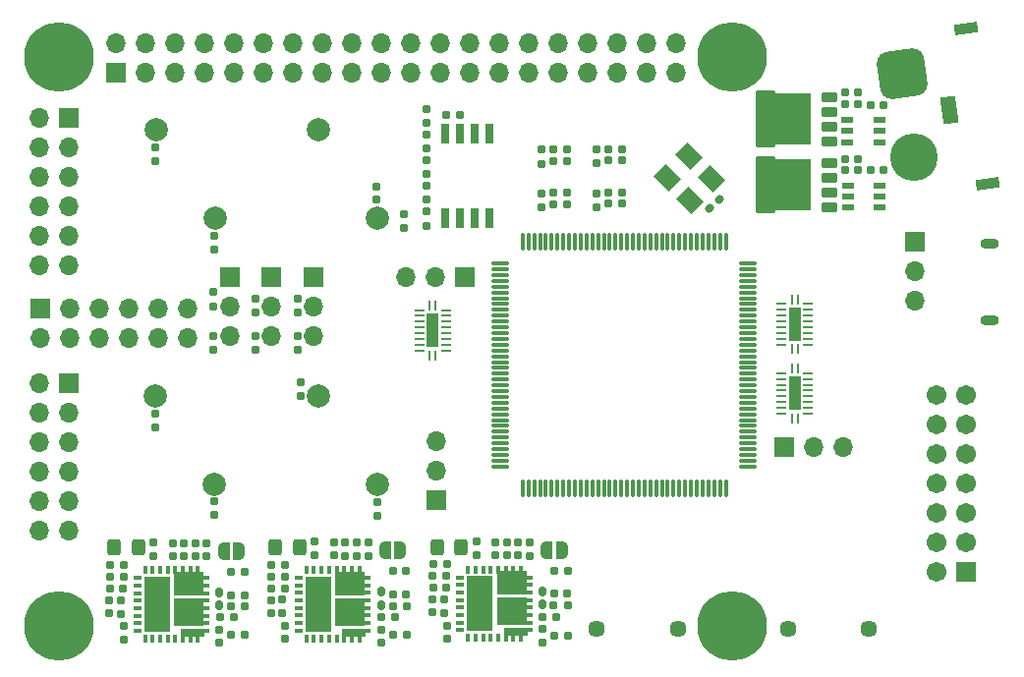
<source format=gbs>
%TF.GenerationSoftware,KiCad,Pcbnew,8.0.2*%
%TF.CreationDate,2024-09-16T20:32:10-04:00*%
%TF.ProjectId,fpga,66706761-2e6b-4696-9361-645f70636258,rev?*%
%TF.SameCoordinates,Original*%
%TF.FileFunction,Soldermask,Bot*%
%TF.FilePolarity,Negative*%
%FSLAX46Y46*%
G04 Gerber Fmt 4.6, Leading zero omitted, Abs format (unit mm)*
G04 Created by KiCad (PCBNEW 8.0.2) date 2024-09-16 20:32:10*
%MOMM*%
%LPD*%
G01*
G04 APERTURE LIST*
G04 Aperture macros list*
%AMRoundRect*
0 Rectangle with rounded corners*
0 $1 Rounding radius*
0 $2 $3 $4 $5 $6 $7 $8 $9 X,Y pos of 4 corners*
0 Add a 4 corners polygon primitive as box body*
4,1,4,$2,$3,$4,$5,$6,$7,$8,$9,$2,$3,0*
0 Add four circle primitives for the rounded corners*
1,1,$1+$1,$2,$3*
1,1,$1+$1,$4,$5*
1,1,$1+$1,$6,$7*
1,1,$1+$1,$8,$9*
0 Add four rect primitives between the rounded corners*
20,1,$1+$1,$2,$3,$4,$5,0*
20,1,$1+$1,$4,$5,$6,$7,0*
20,1,$1+$1,$6,$7,$8,$9,0*
20,1,$1+$1,$8,$9,$2,$3,0*%
%AMRotRect*
0 Rectangle, with rotation*
0 The origin of the aperture is its center*
0 $1 length*
0 $2 width*
0 $3 Rotation angle, in degrees counterclockwise*
0 Add horizontal line*
21,1,$1,$2,0,0,$3*%
%AMFreePoly0*
4,1,21,3.024497,2.399497,3.045000,2.350000,3.045000,-2.350000,3.024497,-2.399497,2.975000,-2.420000,1.425000,-2.420000,1.375503,-2.399497,1.355000,-2.350000,1.355000,-2.170000,-1.650000,-2.170000,-1.699497,-2.149497,-1.720000,-2.100000,-1.720000,2.100000,-1.699497,2.149497,-1.650000,2.170000,1.355000,2.170000,1.355000,2.350000,1.375503,2.399497,1.425000,2.420000,2.975000,2.420000,
3.024497,2.399497,3.024497,2.399497,$1*%
%AMFreePoly1*
4,1,19,0.500000,-0.750000,0.000000,-0.750000,0.000000,-0.744911,-0.071157,-0.744911,-0.207708,-0.704816,-0.327430,-0.627875,-0.420627,-0.520320,-0.479746,-0.390866,-0.500000,-0.250000,-0.500000,0.250000,-0.479746,0.390866,-0.420627,0.520320,-0.327430,0.627875,-0.207708,0.704816,-0.071157,0.744911,0.000000,0.744911,0.000000,0.750000,0.500000,0.750000,0.500000,-0.750000,0.500000,-0.750000,
$1*%
%AMFreePoly2*
4,1,19,0.000000,0.744911,0.071157,0.744911,0.207708,0.704816,0.327430,0.627875,0.420627,0.520320,0.479746,0.390866,0.500000,0.250000,0.500000,-0.250000,0.479746,-0.390866,0.420627,-0.520320,0.327430,-0.627875,0.207708,-0.704816,0.071157,-0.744911,0.000000,-0.744911,0.000000,-0.750000,-0.500000,-0.750000,-0.500000,0.750000,0.000000,0.750000,0.000000,0.744911,0.000000,0.744911,
$1*%
G04 Aperture macros list end*
%ADD10C,1.450000*%
%ADD11C,6.000000*%
%ADD12C,2.000000*%
%ADD13RotRect,0.900000X2.000000X278.000000*%
%ADD14RoundRect,1.025000X-1.157677X0.872372X-0.872372X-1.157677X1.157677X-0.872372X0.872372X1.157677X0*%
%ADD15C,4.100000*%
%ADD16RotRect,2.300000X1.300000X278.000000*%
%ADD17R,1.700000X1.700000*%
%ADD18O,1.700000X1.700000*%
%ADD19RoundRect,0.102000X0.754000X-0.754000X0.754000X0.754000X-0.754000X0.754000X-0.754000X-0.754000X0*%
%ADD20C,1.712000*%
%ADD21O,1.600000X0.900000*%
%ADD22RoundRect,0.155000X-0.212500X-0.155000X0.212500X-0.155000X0.212500X0.155000X-0.212500X0.155000X0*%
%ADD23RoundRect,0.160000X-0.197500X-0.160000X0.197500X-0.160000X0.197500X0.160000X-0.197500X0.160000X0*%
%ADD24RoundRect,0.160000X0.197500X0.160000X-0.197500X0.160000X-0.197500X-0.160000X0.197500X-0.160000X0*%
%ADD25RoundRect,0.155000X0.155000X-0.212500X0.155000X0.212500X-0.155000X0.212500X-0.155000X-0.212500X0*%
%ADD26RoundRect,0.160000X-0.160000X0.197500X-0.160000X-0.197500X0.160000X-0.197500X0.160000X0.197500X0*%
%ADD27R,0.254000X0.812800*%
%ADD28R,0.812800X0.254000*%
%ADD29R,0.990600X2.895600*%
%ADD30RoundRect,0.070000X-0.575000X0.350000X-0.575000X-0.350000X0.575000X-0.350000X0.575000X0.350000X0*%
%ADD31FreePoly0,180.000000*%
%ADD32R,1.000000X0.599999*%
%ADD33R,0.304800X0.711200*%
%ADD34R,2.649000X2.089194*%
%ADD35R,0.711200X0.304800*%
%ADD36R,2.641600X2.336800*%
%ADD37R,2.006600X0.685800*%
%ADD38R,2.211400X4.700000*%
%ADD39RoundRect,0.160000X0.160000X-0.197500X0.160000X0.197500X-0.160000X0.197500X-0.160000X-0.197500X0*%
%ADD40RoundRect,0.155000X-0.155000X0.212500X-0.155000X-0.212500X0.155000X-0.212500X0.155000X0.212500X0*%
%ADD41FreePoly1,180.000000*%
%ADD42FreePoly2,180.000000*%
%ADD43RoundRect,0.160000X0.160000X-0.222500X0.160000X0.222500X-0.160000X0.222500X-0.160000X-0.222500X0*%
%ADD44R,0.650000X1.700000*%
%ADD45RoundRect,0.250000X-0.325000X-0.450000X0.325000X-0.450000X0.325000X0.450000X-0.325000X0.450000X0*%
%ADD46RotRect,1.540000X1.800000X225.000000*%
%ADD47RoundRect,0.075000X-0.662500X-0.075000X0.662500X-0.075000X0.662500X0.075000X-0.662500X0.075000X0*%
%ADD48RoundRect,0.075000X-0.075000X-0.662500X0.075000X-0.662500X0.075000X0.662500X-0.075000X0.662500X0*%
%ADD49RoundRect,0.155000X-0.040659X-0.259862X0.259862X0.040659X0.040659X0.259862X-0.259862X-0.040659X0*%
G04 APERTURE END LIST*
D10*
%TO.C,J4*%
X126025149Y-86707451D03*
X133025149Y-86707451D03*
%TD*%
D11*
%TO.C,J9*%
X63259600Y-37436200D03*
X63259600Y-86436200D03*
X121259600Y-37436200D03*
X121259600Y-86436200D03*
%TD*%
D12*
%TO.C,SW2*%
X90678000Y-51257200D03*
X85598000Y-43637200D03*
%TD*%
D10*
%TO.C,J2*%
X109581749Y-86707451D03*
X116581749Y-86707451D03*
%TD*%
D13*
%TO.C,XT60M*%
X141359388Y-34925000D03*
X143238225Y-48293619D03*
D14*
X135856175Y-38879383D03*
D15*
X136858221Y-46009313D03*
D16*
X139971677Y-41936366D03*
%TD*%
D17*
%TO.C,SW9*%
X77935000Y-56344200D03*
D18*
X77935000Y-58884200D03*
X77935000Y-61424200D03*
%TD*%
D17*
%TO.C,SW11*%
X85149800Y-56343000D03*
D18*
X85149800Y-58883000D03*
X85149800Y-61423000D03*
%TD*%
D17*
%TO.C,J5*%
X64103600Y-42628200D03*
D18*
X61563600Y-42628200D03*
X64103600Y-45168200D03*
X61563600Y-45168200D03*
X64103600Y-47708200D03*
X61563600Y-47708200D03*
X64103600Y-50248200D03*
X61563600Y-50248200D03*
X64103600Y-52788200D03*
X61563600Y-52788200D03*
X64103600Y-55328200D03*
X61563600Y-55328200D03*
%TD*%
D17*
%TO.C,J8*%
X61628200Y-59087400D03*
D18*
X61628200Y-61627400D03*
X64168200Y-59087400D03*
X64168200Y-61627400D03*
X66708200Y-59087400D03*
X66708200Y-61627400D03*
X69248200Y-59087400D03*
X69248200Y-61627400D03*
X71788200Y-59087400D03*
X71788200Y-61627400D03*
X74328200Y-59087400D03*
X74328200Y-61627400D03*
%TD*%
D12*
%TO.C,SW8*%
X76657200Y-51257200D03*
X71577200Y-43637200D03*
%TD*%
D19*
%TO.C,J1*%
X141358800Y-81769600D03*
D20*
X138818800Y-81769600D03*
X141358800Y-79229600D03*
X138818800Y-79229600D03*
X141358800Y-76689600D03*
X138818800Y-76689600D03*
X141358800Y-74149600D03*
X138818800Y-74149600D03*
X141358800Y-71609600D03*
X138818800Y-71609600D03*
X141358800Y-69069600D03*
X138818800Y-69069600D03*
X141358800Y-66529600D03*
X138818800Y-66529600D03*
%TD*%
D17*
%TO.C,SW3*%
X136956800Y-53340000D03*
D18*
X136956800Y-55880000D03*
X136956800Y-58420000D03*
%TD*%
D17*
%TO.C,SW5*%
X98221800Y-56337200D03*
D18*
X95681800Y-56337200D03*
X93141800Y-56337200D03*
%TD*%
D17*
%TO.C,SW10*%
X81544800Y-56343000D03*
D18*
X81544800Y-58883000D03*
X81544800Y-61423000D03*
%TD*%
D21*
%TO.C,J3*%
X143394600Y-60051600D03*
X143394600Y-53451600D03*
%TD*%
D12*
%TO.C,SW6*%
X76655800Y-74191200D03*
X71575800Y-66571200D03*
%TD*%
D17*
%TO.C,SW4*%
X125755400Y-71033701D03*
D18*
X128295400Y-71033701D03*
X130835400Y-71033701D03*
%TD*%
D17*
%TO.C,J6*%
X64103600Y-65513200D03*
D18*
X61563600Y-65513200D03*
X64103600Y-68053200D03*
X61563600Y-68053200D03*
X64103600Y-70593200D03*
X61563600Y-70593200D03*
X64103600Y-73133200D03*
X61563600Y-73133200D03*
X64103600Y-75673200D03*
X61563600Y-75673200D03*
X64103600Y-78213200D03*
X61563600Y-78213200D03*
%TD*%
D17*
%TO.C,SW1*%
X95740400Y-75622800D03*
D18*
X95740400Y-73082800D03*
X95740400Y-70542800D03*
%TD*%
D12*
%TO.C,SW7*%
X90676600Y-74200400D03*
X85596600Y-66580400D03*
%TD*%
D22*
%TO.C,C62*%
X105919956Y-81667200D03*
X107054956Y-81667200D03*
%TD*%
D23*
%TO.C,R30*%
X95484956Y-81092200D03*
X96679956Y-81092200D03*
%TD*%
D24*
%TO.C,R25*%
X82752045Y-82166998D03*
X81557045Y-82166998D03*
%TD*%
D25*
%TO.C,C40*%
X82752045Y-87551998D03*
X82752045Y-86416998D03*
%TD*%
D26*
%TO.C,R36*%
X104839000Y-45395600D03*
X104839000Y-46590600D03*
%TD*%
D27*
%TO.C,U14*%
X126381000Y-68541900D03*
D28*
X125488000Y-68145599D03*
X125488000Y-67645600D03*
X125488000Y-67145601D03*
X125488000Y-66645600D03*
X125488000Y-66145600D03*
X125488000Y-65645599D03*
X125488000Y-65145600D03*
X125488000Y-64645601D03*
D27*
X126381000Y-64249300D03*
X126881000Y-64249300D03*
D28*
X127774000Y-64645601D03*
X127774000Y-65145600D03*
X127774000Y-65645599D03*
X127774000Y-66145600D03*
X127774000Y-66645600D03*
X127774000Y-67145601D03*
X127774000Y-67645600D03*
X127774000Y-68145599D03*
D27*
X126881000Y-68541900D03*
D29*
X126631000Y-66395600D03*
%TD*%
D30*
%TO.C,U11*%
X129584601Y-40850255D03*
X129584601Y-42120255D03*
X129584601Y-43400255D03*
X129584601Y-44670255D03*
D31*
X126314601Y-42760255D03*
%TD*%
D22*
%TO.C,C51*%
X130966601Y-40491255D03*
X132101601Y-40491255D03*
%TD*%
D23*
%TO.C,R34*%
X105879956Y-87242200D03*
X107074956Y-87242200D03*
%TD*%
D26*
%TO.C,R51*%
X80171400Y-61409700D03*
X80171400Y-62604700D03*
%TD*%
D30*
%TO.C,U10*%
X129592001Y-46509255D03*
X129592001Y-47779255D03*
X129592001Y-49059255D03*
X129592001Y-50329255D03*
D31*
X126322001Y-48419255D03*
%TD*%
D26*
%TO.C,R58*%
X83794600Y-58228900D03*
X83794600Y-59423900D03*
%TD*%
D24*
%TO.C,R46*%
X111734300Y-50055400D03*
X110539300Y-50055400D03*
%TD*%
D32*
%TO.C,U8*%
X133947001Y-48494255D03*
X133947001Y-49444256D03*
X133947001Y-50394254D03*
X131197001Y-50394254D03*
X131197001Y-49444256D03*
X131197001Y-48494255D03*
%TD*%
D33*
%TO.C,U12*%
X98479957Y-81570800D03*
X99129955Y-81570800D03*
X99779957Y-81570800D03*
X100429955Y-81570800D03*
X101079957Y-81570800D03*
D34*
X102254956Y-82717200D03*
D33*
X101729955Y-81570800D03*
X102379957Y-81570800D03*
X103029955Y-81570800D03*
D35*
X103701356Y-82242201D03*
X103701356Y-82892199D03*
X103701356Y-83542201D03*
X103701356Y-84192199D03*
D36*
X102258656Y-85192897D03*
D35*
X103701356Y-84842201D03*
X103701356Y-85492199D03*
X103701356Y-86142201D03*
X103701356Y-86792199D03*
D37*
X102583656Y-86970397D03*
D33*
X103029955Y-87463600D03*
X102379957Y-87463600D03*
X101729955Y-87463600D03*
X101079957Y-87463600D03*
X100429955Y-87463600D03*
X99779957Y-87463600D03*
X99129955Y-87463600D03*
X98479957Y-87463600D03*
D35*
X97808556Y-86792199D03*
X97808556Y-86142201D03*
X97808556Y-85492199D03*
X97808556Y-84842201D03*
X97808556Y-84192199D03*
X97808556Y-83542201D03*
X97808556Y-82892199D03*
X97808556Y-82242201D03*
D38*
X99512456Y-84517200D03*
%TD*%
D39*
%TO.C,R55*%
X76623400Y-53992400D03*
X76623400Y-52797400D03*
%TD*%
D33*
%TO.C,U6*%
X70655002Y-81627600D03*
X71305000Y-81627600D03*
X71955002Y-81627600D03*
X72605000Y-81627600D03*
X73255002Y-81627600D03*
D34*
X74430001Y-82774000D03*
D33*
X73905000Y-81627600D03*
X74555002Y-81627600D03*
X75205000Y-81627600D03*
D35*
X75876401Y-82299001D03*
X75876401Y-82948999D03*
X75876401Y-83599001D03*
X75876401Y-84248999D03*
D36*
X74433701Y-85249697D03*
D35*
X75876401Y-84899001D03*
X75876401Y-85548999D03*
X75876401Y-86199001D03*
X75876401Y-86848999D03*
D37*
X74758701Y-87027197D03*
D33*
X75205000Y-87520400D03*
X74555002Y-87520400D03*
X73905000Y-87520400D03*
X73255002Y-87520400D03*
X72605000Y-87520400D03*
X71955002Y-87520400D03*
X71305000Y-87520400D03*
X70655002Y-87520400D03*
D35*
X69983601Y-86848999D03*
X69983601Y-86199001D03*
X69983601Y-85548999D03*
X69983601Y-84899001D03*
X69983601Y-84248999D03*
X69983601Y-83599001D03*
X69983601Y-82948999D03*
X69983601Y-82299001D03*
D38*
X71687501Y-84574000D03*
%TD*%
D40*
%TO.C,C56*%
X101829956Y-79232200D03*
X101829956Y-80367200D03*
%TD*%
%TO.C,C60*%
X104854956Y-86707200D03*
X104854956Y-87842200D03*
%TD*%
D25*
%TO.C,C31*%
X68843000Y-87588600D03*
X68843000Y-86453600D03*
%TD*%
D41*
%TO.C,JP1*%
X78764099Y-80002000D03*
D42*
X77464099Y-80002000D03*
%TD*%
D40*
%TO.C,C29*%
X75937000Y-79273400D03*
X75937000Y-80408400D03*
%TD*%
D24*
%TO.C,R40*%
X107023400Y-45370200D03*
X105828400Y-45370200D03*
%TD*%
D40*
%TO.C,C39*%
X87902045Y-79256998D03*
X87902045Y-80391998D03*
%TD*%
D26*
%TO.C,R47*%
X71575800Y-68107300D03*
X71575800Y-69302300D03*
%TD*%
D22*
%TO.C,C34*%
X78074000Y-83761200D03*
X79209000Y-83761200D03*
%TD*%
D40*
%TO.C,C27*%
X74006600Y-79273400D03*
X74006600Y-80408400D03*
%TD*%
%TO.C,C54*%
X103754956Y-79242200D03*
X103754956Y-80377200D03*
%TD*%
D26*
%TO.C,R22*%
X85277045Y-79171998D03*
X85277045Y-80366998D03*
%TD*%
D40*
%TO.C,C43*%
X90977045Y-86724498D03*
X90977045Y-87859498D03*
%TD*%
D17*
%TO.C,J7*%
X68156000Y-38742000D03*
D18*
X68156000Y-36202000D03*
X70696000Y-38742000D03*
X70696000Y-36202000D03*
X73236000Y-38742000D03*
X73236000Y-36202000D03*
X75776000Y-38742000D03*
X75776000Y-36202000D03*
X78316000Y-38742000D03*
X78316000Y-36202000D03*
X80856000Y-38742000D03*
X80856000Y-36202000D03*
X83396000Y-38742000D03*
X83396000Y-36202000D03*
X85936000Y-38742000D03*
X85936000Y-36202000D03*
X88476000Y-38742000D03*
X88476000Y-36202000D03*
X91016000Y-38742000D03*
X91016000Y-36202000D03*
X93556000Y-38742000D03*
X93556000Y-36202000D03*
X96096000Y-38742000D03*
X96096000Y-36202000D03*
X98636000Y-38742000D03*
X98636000Y-36202000D03*
X101176000Y-38742000D03*
X101176000Y-36202000D03*
X103716000Y-38742000D03*
X103716000Y-36202000D03*
X106256000Y-38742000D03*
X106256000Y-36202000D03*
X108796000Y-38742000D03*
X108796000Y-36202000D03*
X111336000Y-38742000D03*
X111336000Y-36202000D03*
X113876000Y-38742000D03*
X113876000Y-36202000D03*
X116416000Y-38742000D03*
X116416000Y-36202000D03*
%TD*%
D23*
%TO.C,R26*%
X91027045Y-85666998D03*
X92222045Y-85666998D03*
%TD*%
D26*
%TO.C,R50*%
X76563400Y-61410900D03*
X76563400Y-62605900D03*
%TD*%
D39*
%TO.C,R23*%
X82448400Y-85357300D03*
X82448400Y-84162300D03*
%TD*%
D24*
%TO.C,R41*%
X107023400Y-46335400D03*
X105828400Y-46335400D03*
%TD*%
D39*
%TO.C,R17*%
X68529200Y-85382700D03*
X68529200Y-84187700D03*
%TD*%
D23*
%TO.C,R32*%
X104907456Y-85642200D03*
X106102456Y-85642200D03*
%TD*%
%TO.C,R19*%
X77117500Y-85691600D03*
X78312500Y-85691600D03*
%TD*%
D26*
%TO.C,R7*%
X94934500Y-46304200D03*
X94934500Y-47499200D03*
%TD*%
D25*
%TO.C,C41*%
X81502045Y-85316998D03*
X81502045Y-84181998D03*
%TD*%
D23*
%TO.C,R18*%
X67641501Y-81170400D03*
X68836501Y-81170400D03*
%TD*%
D43*
%TO.C,L3*%
X104879956Y-84592200D03*
X104879956Y-83447200D03*
%TD*%
D26*
%TO.C,R52*%
X83778200Y-61420100D03*
X83778200Y-62615100D03*
%TD*%
D32*
%TO.C,U9*%
X133916601Y-42841256D03*
X133916601Y-43791257D03*
X133916601Y-44741255D03*
X131166601Y-44741255D03*
X131166601Y-43791257D03*
X131166601Y-42841256D03*
%TD*%
D26*
%TO.C,R57*%
X80162400Y-58228900D03*
X80162400Y-59423900D03*
%TD*%
D22*
%TO.C,C48*%
X133149700Y-47150400D03*
X134284700Y-47150400D03*
%TD*%
D26*
%TO.C,R56*%
X76563400Y-57677100D03*
X76563400Y-58872100D03*
%TD*%
D23*
%TO.C,R28*%
X92002045Y-87216998D03*
X93197045Y-87216998D03*
%TD*%
%TO.C,R27*%
X91982045Y-84691998D03*
X93177045Y-84691998D03*
%TD*%
D27*
%TO.C,U13*%
X126369000Y-62572900D03*
D28*
X125476000Y-62176599D03*
X125476000Y-61676600D03*
X125476000Y-61176601D03*
X125476000Y-60676600D03*
X125476000Y-60176600D03*
X125476000Y-59676599D03*
X125476000Y-59176600D03*
X125476000Y-58676601D03*
D27*
X126369000Y-58280300D03*
X126869000Y-58280300D03*
D28*
X127762000Y-58676601D03*
X127762000Y-59176600D03*
X127762000Y-59676599D03*
X127762000Y-60176600D03*
X127762000Y-60676600D03*
X127762000Y-61176601D03*
X127762000Y-61676600D03*
X127762000Y-62176599D03*
D27*
X126869000Y-62572900D03*
D29*
X126619000Y-60426600D03*
%TD*%
D26*
%TO.C,R35*%
X104839000Y-49130600D03*
X104839000Y-50325600D03*
%TD*%
D22*
%TO.C,C47*%
X130972001Y-46219255D03*
X132107001Y-46219255D03*
%TD*%
D40*
%TO.C,C55*%
X102779956Y-79232200D03*
X102779956Y-80367200D03*
%TD*%
D24*
%TO.C,R43*%
X111722500Y-46304200D03*
X110527500Y-46304200D03*
%TD*%
%TO.C,R16*%
X68848601Y-82186400D03*
X67653601Y-82186400D03*
%TD*%
D22*
%TO.C,C45*%
X91992045Y-81691998D03*
X93127045Y-81691998D03*
%TD*%
D40*
%TO.C,C36*%
X86927045Y-79231998D03*
X86927045Y-80366998D03*
%TD*%
D26*
%TO.C,R44*%
X109564300Y-49135400D03*
X109564300Y-50330400D03*
%TD*%
D25*
%TO.C,C2*%
X90622780Y-49721220D03*
X90622780Y-48586220D03*
%TD*%
D39*
%TO.C,R48*%
X84023200Y-66586700D03*
X84023200Y-65391700D03*
%TD*%
D25*
%TO.C,C58*%
X95429956Y-85277200D03*
X95429956Y-84142200D03*
%TD*%
D43*
%TO.C,L2*%
X91002045Y-84616998D03*
X91002045Y-83471998D03*
%TD*%
D44*
%TO.C,U5*%
X96490500Y-44021200D03*
X97760500Y-44021200D03*
X99030500Y-44021200D03*
X100300500Y-44021200D03*
X100300500Y-51321200D03*
X99030500Y-51321200D03*
X97760500Y-51321200D03*
X96490500Y-51321200D03*
%TD*%
D22*
%TO.C,C46*%
X130966601Y-41491255D03*
X132101601Y-41491255D03*
%TD*%
D45*
%TO.C,D4*%
X95854956Y-79617200D03*
X97904956Y-79617200D03*
%TD*%
D24*
%TO.C,R38*%
X107023400Y-49105200D03*
X105828400Y-49105200D03*
%TD*%
D40*
%TO.C,C26*%
X73041400Y-79273400D03*
X73041400Y-80408400D03*
%TD*%
D22*
%TO.C,C30*%
X67624101Y-83202400D03*
X68759101Y-83202400D03*
%TD*%
D25*
%TO.C,C32*%
X67589400Y-85336000D03*
X67589400Y-84201000D03*
%TD*%
D23*
%TO.C,R21*%
X78070600Y-87215600D03*
X79265600Y-87215600D03*
%TD*%
D39*
%TO.C,R29*%
X96418400Y-85312200D03*
X96418400Y-84117200D03*
%TD*%
D26*
%TO.C,R37*%
X109552500Y-45384200D03*
X109552500Y-46579200D03*
%TD*%
D41*
%TO.C,JP2*%
X92652045Y-79941998D03*
D42*
X91352045Y-79941998D03*
%TD*%
D27*
%TO.C,U15*%
X95692800Y-58813700D03*
D28*
X96585800Y-59210001D03*
X96585800Y-59710000D03*
X96585800Y-60209999D03*
X96585800Y-60710000D03*
X96585800Y-61210000D03*
X96585800Y-61710001D03*
X96585800Y-62210000D03*
X96585800Y-62709999D03*
D27*
X95692800Y-63106300D03*
X95192800Y-63106300D03*
D28*
X94299800Y-62709999D03*
X94299800Y-62210000D03*
X94299800Y-61710001D03*
X94299800Y-61210000D03*
X94299800Y-60710000D03*
X94299800Y-60209999D03*
X94299800Y-59710000D03*
X94299800Y-59210001D03*
D27*
X95192800Y-58813700D03*
D29*
X95442800Y-60960000D03*
%TD*%
D22*
%TO.C,C49*%
X130972001Y-47169255D03*
X132107001Y-47169255D03*
%TD*%
D24*
%TO.C,R39*%
X107023400Y-50070400D03*
X105828400Y-50070400D03*
%TD*%
D39*
%TO.C,R14*%
X94934500Y-51924200D03*
X94934500Y-50729200D03*
%TD*%
D43*
%TO.C,L1*%
X77054600Y-84652200D03*
X77054600Y-83507200D03*
%TD*%
D22*
%TO.C,C42*%
X81567045Y-83166998D03*
X82702045Y-83166998D03*
%TD*%
D33*
%TO.C,U7*%
X84556227Y-81598240D03*
X85206225Y-81598240D03*
X85856227Y-81598240D03*
X86506225Y-81598240D03*
X87156227Y-81598240D03*
D34*
X88331226Y-82744640D03*
D33*
X87806225Y-81598240D03*
X88456227Y-81598240D03*
X89106225Y-81598240D03*
D35*
X89777626Y-82269641D03*
X89777626Y-82919639D03*
X89777626Y-83569641D03*
X89777626Y-84219639D03*
D36*
X88334926Y-85220337D03*
D35*
X89777626Y-84869641D03*
X89777626Y-85519639D03*
X89777626Y-86169641D03*
X89777626Y-86819639D03*
D37*
X88659926Y-86997837D03*
D33*
X89106225Y-87491040D03*
X88456227Y-87491040D03*
X87806225Y-87491040D03*
X87156227Y-87491040D03*
X86506225Y-87491040D03*
X85856227Y-87491040D03*
X85206225Y-87491040D03*
X84556227Y-87491040D03*
D35*
X83884826Y-86819639D03*
X83884826Y-86169641D03*
X83884826Y-85519639D03*
X83884826Y-84869641D03*
X83884826Y-84219639D03*
X83884826Y-83569641D03*
X83884826Y-82919639D03*
X83884826Y-82269641D03*
D38*
X85588726Y-84544640D03*
%TD*%
D39*
%TO.C,R53*%
X76655800Y-76896900D03*
X76655800Y-75701900D03*
%TD*%
D24*
%TO.C,R42*%
X111722500Y-45354200D03*
X110527500Y-45354200D03*
%TD*%
D40*
%TO.C,C33*%
X77054600Y-86741000D03*
X77054600Y-87876000D03*
%TD*%
%TO.C,C38*%
X89877045Y-79256998D03*
X89877045Y-80391998D03*
%TD*%
%TO.C,C37*%
X88902045Y-79256998D03*
X88902045Y-80391998D03*
%TD*%
D22*
%TO.C,C35*%
X78094999Y-81729200D03*
X79229999Y-81729200D03*
%TD*%
D24*
%TO.C,R12*%
X97779500Y-42429200D03*
X96584500Y-42429200D03*
%TD*%
D22*
%TO.C,C59*%
X95469956Y-83142200D03*
X96604956Y-83142200D03*
%TD*%
D41*
%TO.C,JP3*%
X106554956Y-79942200D03*
D42*
X105254956Y-79942200D03*
%TD*%
D22*
%TO.C,C44*%
X91992045Y-83691998D03*
X93127045Y-83691998D03*
%TD*%
D45*
%TO.C,D2*%
X68012200Y-79646400D03*
X70062200Y-79646400D03*
%TD*%
D22*
%TO.C,C50*%
X133149700Y-41511600D03*
X134284700Y-41511600D03*
%TD*%
D25*
%TO.C,C57*%
X96704956Y-87517200D03*
X96704956Y-86382200D03*
%TD*%
D46*
%TO.C,X1*%
X119480299Y-47903099D03*
X117585252Y-49798146D03*
X115605353Y-47818247D03*
X117500400Y-45923200D03*
%TD*%
D40*
%TO.C,C53*%
X100854956Y-79207200D03*
X100854956Y-80342200D03*
%TD*%
D26*
%TO.C,R1*%
X99204956Y-79172200D03*
X99204956Y-80367200D03*
%TD*%
%TO.C,R15*%
X71365000Y-79213400D03*
X71365000Y-80408400D03*
%TD*%
D39*
%TO.C,R54*%
X90676600Y-76919400D03*
X90676600Y-75724400D03*
%TD*%
D23*
%TO.C,R33*%
X105859956Y-84642200D03*
X107054956Y-84642200D03*
%TD*%
D45*
%TO.C,D3*%
X81902045Y-79616998D03*
X83952045Y-79616998D03*
%TD*%
D40*
%TO.C,C28*%
X74971800Y-79273400D03*
X74971800Y-80408400D03*
%TD*%
D26*
%TO.C,R49*%
X71568800Y-45150800D03*
X71568800Y-46345800D03*
%TD*%
D24*
%TO.C,R31*%
X96629956Y-82092200D03*
X95434956Y-82092200D03*
%TD*%
D23*
%TO.C,R24*%
X81552045Y-81141998D03*
X82747045Y-81141998D03*
%TD*%
D39*
%TO.C,R6*%
X94934500Y-43074200D03*
X94934500Y-41879200D03*
%TD*%
%TO.C,R13*%
X94934500Y-45299200D03*
X94934500Y-44104200D03*
%TD*%
D23*
%TO.C,R20*%
X78044000Y-84726400D03*
X79239000Y-84726400D03*
%TD*%
D22*
%TO.C,C61*%
X105904956Y-83667200D03*
X107039956Y-83667200D03*
%TD*%
D24*
%TO.C,R45*%
X111739300Y-49105400D03*
X110544300Y-49105400D03*
%TD*%
D39*
%TO.C,R2*%
X92989400Y-52159500D03*
X92989400Y-50964500D03*
%TD*%
D47*
%TO.C,U1*%
X101272331Y-72694207D03*
X101272331Y-72194207D03*
X101272331Y-71694207D03*
X101272331Y-71194207D03*
X101272331Y-70694207D03*
X101272331Y-70194207D03*
X101272331Y-69694207D03*
X101272331Y-69194207D03*
X101272331Y-68694207D03*
X101272331Y-68194207D03*
X101272331Y-67694207D03*
X101272331Y-67194207D03*
X101272331Y-66694207D03*
X101272331Y-66194207D03*
X101272331Y-65694207D03*
X101272331Y-65194207D03*
X101272331Y-64694207D03*
X101272331Y-64194207D03*
X101272331Y-63694207D03*
X101272331Y-63194207D03*
X101272331Y-62694207D03*
X101272331Y-62194207D03*
X101272331Y-61694207D03*
X101272331Y-61194207D03*
X101272331Y-60694207D03*
X101272331Y-60194207D03*
X101272331Y-59694207D03*
X101272331Y-59194207D03*
X101272331Y-58694207D03*
X101272331Y-58194207D03*
X101272331Y-57694207D03*
X101272331Y-57194207D03*
X101272331Y-56694207D03*
X101272331Y-56194207D03*
X101272331Y-55694207D03*
X101272331Y-55194207D03*
D48*
X103184831Y-53281707D03*
X103684831Y-53281707D03*
X104184831Y-53281707D03*
X104684831Y-53281707D03*
X105184831Y-53281707D03*
X105684831Y-53281707D03*
X106184831Y-53281707D03*
X106684831Y-53281707D03*
X107184831Y-53281707D03*
X107684831Y-53281707D03*
X108184831Y-53281707D03*
X108684831Y-53281707D03*
X109184831Y-53281707D03*
X109684831Y-53281707D03*
X110184831Y-53281707D03*
X110684831Y-53281707D03*
X111184831Y-53281707D03*
X111684831Y-53281707D03*
X112184831Y-53281707D03*
X112684831Y-53281707D03*
X113184831Y-53281707D03*
X113684831Y-53281707D03*
X114184831Y-53281707D03*
X114684831Y-53281707D03*
X115184831Y-53281707D03*
X115684831Y-53281707D03*
X116184831Y-53281707D03*
X116684831Y-53281707D03*
X117184831Y-53281707D03*
X117684831Y-53281707D03*
X118184831Y-53281707D03*
X118684831Y-53281707D03*
X119184831Y-53281707D03*
X119684831Y-53281707D03*
X120184831Y-53281707D03*
X120684831Y-53281707D03*
D47*
X122597331Y-55194207D03*
X122597331Y-55694207D03*
X122597331Y-56194207D03*
X122597331Y-56694207D03*
X122597331Y-57194207D03*
X122597331Y-57694207D03*
X122597331Y-58194207D03*
X122597331Y-58694207D03*
X122597331Y-59194207D03*
X122597331Y-59694207D03*
X122597331Y-60194207D03*
X122597331Y-60694207D03*
X122597331Y-61194207D03*
X122597331Y-61694207D03*
X122597331Y-62194207D03*
X122597331Y-62694207D03*
X122597331Y-63194207D03*
X122597331Y-63694207D03*
X122597331Y-64194207D03*
X122597331Y-64694207D03*
X122597331Y-65194207D03*
X122597331Y-65694207D03*
X122597331Y-66194207D03*
X122597331Y-66694207D03*
X122597331Y-67194207D03*
X122597331Y-67694207D03*
X122597331Y-68194207D03*
X122597331Y-68694207D03*
X122597331Y-69194207D03*
X122597331Y-69694207D03*
X122597331Y-70194207D03*
X122597331Y-70694207D03*
X122597331Y-71194207D03*
X122597331Y-71694207D03*
X122597331Y-72194207D03*
X122597331Y-72694207D03*
D48*
X120684831Y-74606707D03*
X120184831Y-74606707D03*
X119684831Y-74606707D03*
X119184831Y-74606707D03*
X118684831Y-74606707D03*
X118184831Y-74606707D03*
X117684831Y-74606707D03*
X117184831Y-74606707D03*
X116684831Y-74606707D03*
X116184831Y-74606707D03*
X115684831Y-74606707D03*
X115184831Y-74606707D03*
X114684831Y-74606707D03*
X114184831Y-74606707D03*
X113684831Y-74606707D03*
X113184831Y-74606707D03*
X112684831Y-74606707D03*
X112184831Y-74606707D03*
X111684831Y-74606707D03*
X111184831Y-74606707D03*
X110684831Y-74606707D03*
X110184831Y-74606707D03*
X109684831Y-74606707D03*
X109184831Y-74606707D03*
X108684831Y-74606707D03*
X108184831Y-74606707D03*
X107684831Y-74606707D03*
X107184831Y-74606707D03*
X106684831Y-74606707D03*
X106184831Y-74606707D03*
X105684831Y-74606707D03*
X105184831Y-74606707D03*
X104684831Y-74606707D03*
X104184831Y-74606707D03*
X103684831Y-74606707D03*
X103184831Y-74606707D03*
%TD*%
D49*
%TO.C,C52*%
X119297158Y-50457027D03*
X120099724Y-49654461D03*
%TD*%
D26*
%TO.C,R8*%
X94933500Y-48523200D03*
X94933500Y-49718200D03*
%TD*%
M02*

</source>
